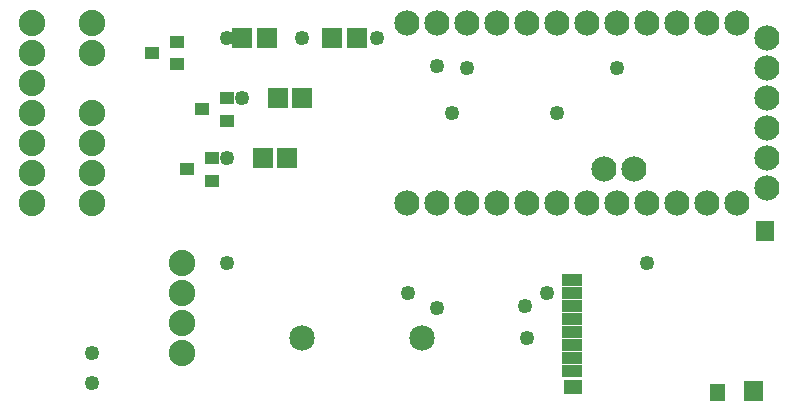
<source format=gts>
G04 MADE WITH FRITZING*
G04 WWW.FRITZING.ORG*
G04 DOUBLE SIDED*
G04 HOLES PLATED*
G04 CONTOUR ON CENTER OF CONTOUR VECTOR*
%ASAXBY*%
%FSLAX23Y23*%
%MOIN*%
%OFA0B0*%
%SFA1.0B1.0*%
%ADD10C,0.049370*%
%ADD11C,0.085000*%
%ADD12C,0.088000*%
%ADD13C,0.084000*%
%ADD14R,0.045433X0.041496*%
%ADD15R,0.065118X0.069055*%
%ADD16R,0.063150X0.069055*%
%ADD17R,0.061181X0.049370*%
%ADD18R,0.069055X0.039528*%
%ADD19R,0.001000X0.001000*%
%LNMASK1*%
G90*
G70*
G54D10*
X960Y1210D03*
X2009Y1110D03*
X1210Y1210D03*
X710Y810D03*
X760Y1010D03*
X710Y1210D03*
X1409Y1117D03*
X1510Y1110D03*
X1810Y960D03*
X2110Y460D03*
X710Y460D03*
X1775Y360D03*
X1311Y360D03*
X1702Y316D03*
X1410Y310D03*
X1710Y210D03*
G54D11*
X1360Y210D03*
X960Y210D03*
G54D12*
X260Y1260D03*
X260Y1160D03*
X60Y1160D03*
X60Y1060D03*
X260Y960D03*
X60Y960D03*
X260Y860D03*
X60Y860D03*
X260Y760D03*
X60Y760D03*
X60Y660D03*
X60Y1260D03*
X260Y660D03*
G54D10*
X260Y60D03*
X260Y160D03*
G54D12*
X560Y260D03*
X560Y160D03*
X560Y460D03*
X560Y360D03*
G54D13*
X2510Y710D03*
X2510Y810D03*
X2510Y910D03*
X2510Y1010D03*
X2510Y1110D03*
X2510Y1210D03*
X2410Y660D03*
X2310Y660D03*
X2210Y660D03*
X2110Y660D03*
X2010Y660D03*
X2065Y775D03*
X1965Y775D03*
X1910Y660D03*
X1810Y660D03*
X1710Y660D03*
X1610Y660D03*
X1510Y660D03*
X1410Y660D03*
X1310Y660D03*
X1310Y1260D03*
X1410Y1260D03*
X1510Y1260D03*
X1610Y1260D03*
X1710Y1260D03*
X1810Y1260D03*
X1910Y1260D03*
X2010Y1260D03*
X2110Y1260D03*
X2210Y1260D03*
X2310Y1260D03*
X2410Y1260D03*
G54D10*
X1460Y960D03*
G54D14*
X710Y935D03*
X710Y1010D03*
X627Y972D03*
X543Y1122D03*
X543Y1197D03*
X460Y1160D03*
X660Y735D03*
X660Y810D03*
X577Y772D03*
G54D15*
X829Y810D03*
X910Y810D03*
X879Y1010D03*
X960Y1010D03*
X1060Y1210D03*
X1141Y1210D03*
X760Y1210D03*
X841Y1210D03*
G54D16*
X2503Y567D03*
G54D17*
X1862Y47D03*
G54D18*
X1860Y100D03*
X1860Y143D03*
X1860Y186D03*
X1860Y230D03*
X1860Y273D03*
X1860Y316D03*
X1860Y360D03*
X1860Y403D03*
G54D19*
X2432Y65D02*
X2494Y65D01*
X2432Y64D02*
X2494Y64D01*
X2432Y63D02*
X2494Y63D01*
X2432Y62D02*
X2494Y62D01*
X2432Y61D02*
X2494Y61D01*
X2432Y60D02*
X2494Y60D01*
X2432Y59D02*
X2494Y59D01*
X2320Y58D02*
X2367Y58D01*
X2432Y58D02*
X2494Y58D01*
X2319Y57D02*
X2368Y57D01*
X2432Y57D02*
X2494Y57D01*
X2319Y56D02*
X2368Y56D01*
X2432Y56D02*
X2494Y56D01*
X2319Y55D02*
X2368Y55D01*
X2432Y55D02*
X2494Y55D01*
X2319Y54D02*
X2368Y54D01*
X2432Y54D02*
X2494Y54D01*
X2319Y53D02*
X2368Y53D01*
X2432Y53D02*
X2494Y53D01*
X2319Y52D02*
X2368Y52D01*
X2432Y52D02*
X2494Y52D01*
X2319Y51D02*
X2368Y51D01*
X2432Y51D02*
X2494Y51D01*
X2319Y50D02*
X2368Y50D01*
X2432Y50D02*
X2494Y50D01*
X2319Y49D02*
X2368Y49D01*
X2432Y49D02*
X2494Y49D01*
X2319Y48D02*
X2368Y48D01*
X2432Y48D02*
X2494Y48D01*
X2319Y47D02*
X2368Y47D01*
X2432Y47D02*
X2494Y47D01*
X2319Y46D02*
X2368Y46D01*
X2432Y46D02*
X2494Y46D01*
X2319Y45D02*
X2368Y45D01*
X2432Y45D02*
X2494Y45D01*
X2319Y44D02*
X2368Y44D01*
X2432Y44D02*
X2494Y44D01*
X2319Y43D02*
X2368Y43D01*
X2432Y43D02*
X2494Y43D01*
X2319Y42D02*
X2368Y42D01*
X2432Y42D02*
X2494Y42D01*
X2319Y41D02*
X2368Y41D01*
X2432Y41D02*
X2494Y41D01*
X2319Y40D02*
X2368Y40D01*
X2432Y40D02*
X2494Y40D01*
X2319Y39D02*
X2368Y39D01*
X2432Y39D02*
X2494Y39D01*
X2319Y38D02*
X2368Y38D01*
X2432Y38D02*
X2494Y38D01*
X2319Y37D02*
X2368Y37D01*
X2432Y37D02*
X2494Y37D01*
X2319Y36D02*
X2368Y36D01*
X2432Y36D02*
X2494Y36D01*
X2319Y35D02*
X2368Y35D01*
X2432Y35D02*
X2494Y35D01*
X2319Y34D02*
X2368Y34D01*
X2432Y34D02*
X2494Y34D01*
X2319Y33D02*
X2368Y33D01*
X2432Y33D02*
X2494Y33D01*
X2319Y32D02*
X2368Y32D01*
X2432Y32D02*
X2494Y32D01*
X2319Y31D02*
X2368Y31D01*
X2432Y31D02*
X2494Y31D01*
X2319Y30D02*
X2368Y30D01*
X2432Y30D02*
X2494Y30D01*
X2319Y29D02*
X2368Y29D01*
X2432Y29D02*
X2494Y29D01*
X2319Y28D02*
X2368Y28D01*
X2432Y28D02*
X2494Y28D01*
X2319Y27D02*
X2368Y27D01*
X2432Y27D02*
X2494Y27D01*
X2319Y26D02*
X2368Y26D01*
X2432Y26D02*
X2494Y26D01*
X2319Y25D02*
X2368Y25D01*
X2432Y25D02*
X2494Y25D01*
X2319Y24D02*
X2368Y24D01*
X2432Y24D02*
X2494Y24D01*
X2319Y23D02*
X2368Y23D01*
X2432Y23D02*
X2494Y23D01*
X2319Y22D02*
X2368Y22D01*
X2432Y22D02*
X2494Y22D01*
X2319Y21D02*
X2368Y21D01*
X2432Y21D02*
X2494Y21D01*
X2319Y20D02*
X2368Y20D01*
X2432Y20D02*
X2494Y20D01*
X2319Y19D02*
X2368Y19D01*
X2432Y19D02*
X2494Y19D01*
X2319Y18D02*
X2368Y18D01*
X2432Y18D02*
X2494Y18D01*
X2319Y17D02*
X2368Y17D01*
X2432Y17D02*
X2494Y17D01*
X2319Y16D02*
X2368Y16D01*
X2432Y16D02*
X2494Y16D01*
X2319Y15D02*
X2368Y15D01*
X2432Y15D02*
X2494Y15D01*
X2319Y14D02*
X2368Y14D01*
X2432Y14D02*
X2494Y14D01*
X2319Y13D02*
X2368Y13D01*
X2432Y13D02*
X2494Y13D01*
X2319Y12D02*
X2368Y12D01*
X2432Y12D02*
X2494Y12D01*
X2319Y11D02*
X2368Y11D01*
X2432Y11D02*
X2494Y11D01*
X2319Y10D02*
X2368Y10D01*
X2432Y10D02*
X2494Y10D01*
X2319Y9D02*
X2368Y9D01*
X2432Y9D02*
X2494Y9D01*
X2319Y8D02*
X2368Y8D01*
X2432Y8D02*
X2494Y8D01*
X2319Y7D02*
X2368Y7D01*
X2432Y7D02*
X2494Y7D01*
X2319Y6D02*
X2368Y6D01*
X2432Y6D02*
X2494Y6D01*
X2319Y5D02*
X2368Y5D01*
X2432Y5D02*
X2494Y5D01*
X2319Y4D02*
X2368Y4D01*
X2432Y4D02*
X2494Y4D01*
X2319Y3D02*
X2368Y3D01*
X2432Y3D02*
X2494Y3D01*
X2319Y2D02*
X2368Y2D01*
X2432Y2D02*
X2494Y2D01*
X2319Y1D02*
X2368Y1D01*
X2432Y1D02*
X2494Y1D01*
X2319Y0D02*
X2368Y0D01*
X2432Y0D02*
X2494Y0D01*
D02*
G04 End of Mask1*
M02*
</source>
